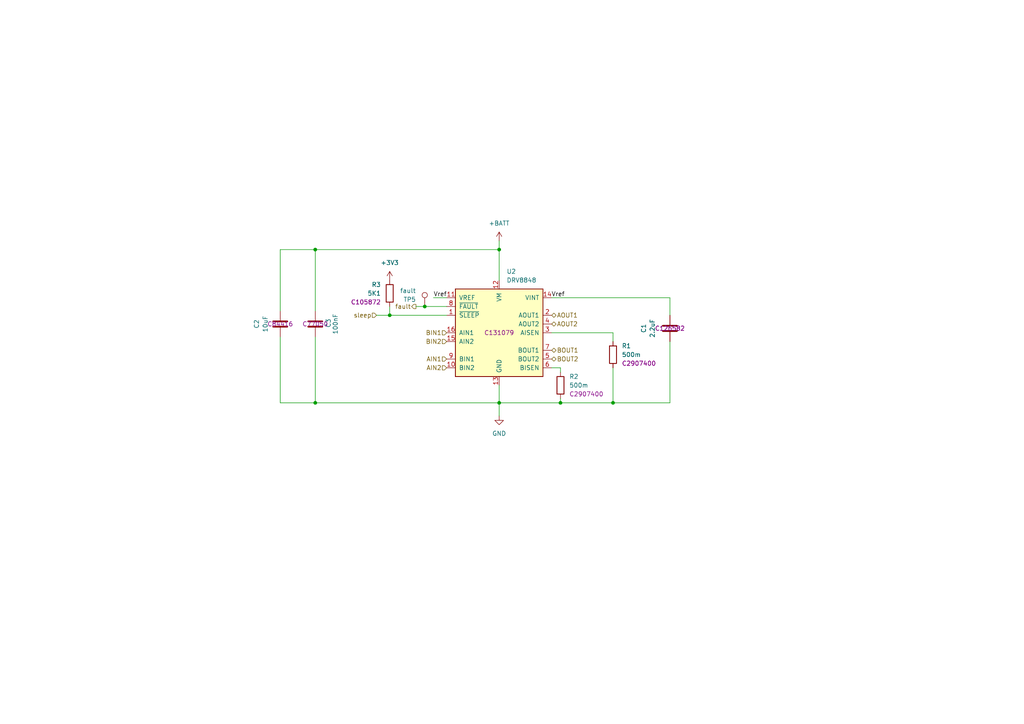
<source format=kicad_sch>
(kicad_sch (version 20250114) (generator "eeschema") (generator_version "9.0")
  (paper "A4")
  (lib_symbols
    (symbol "Connector:TestPoint" (pin_numbers (hide yes)) (pin_names (offset 0.762) (hide yes))
      (property "Reference" "TP" (at 0 6.858 0))
      (property "Value" "TestPoint" (at 0 5.08 0))
      (symbol "TestPoint_0_1"
        (circle (center 0 3.302) (radius 0.762))
      )
      (symbol "TestPoint_1_1"
        (pin passive line (at 0 0 90) (length 2.54) (name "1") (number "1"))
      )
    )
    (symbol "Device:C" (pin_numbers (hide yes)) (pin_names (offset 0.254))
      (property "Reference" "C" (at 0.635 2.54 0))
      (property "Value" "C" (at 0.635 -2.54 0))
      (symbol "C_0_1"
        (polyline (pts (xy -2.032 0.762) (xy 2.032 0.762)) (stroke (width 0.508)))
        (polyline (pts (xy -2.032 -0.762) (xy 2.032 -0.762)) (stroke (width 0.508)))
      )
      (symbol "C_1_1"
        (pin passive line (at 0 3.81 270) (length 2.794) (name "~") (number "1"))
        (pin passive line (at 0 -3.81 90) (length 2.794) (name "~") (number "2"))
      )
    )
    (symbol "Device:R" (pin_numbers (hide yes)) (pin_names (offset 0))
      (property "Reference" "R" (at 2.032 0 90))
      (property "Value" "R" (at 0 0 90))
      (symbol "R_0_1"
        (rectangle (start -1.016 -2.54) (end 1.016 2.54) (stroke (width 0.254)))
      )
      (symbol "R_1_1"
        (pin passive line (at 0 3.81 270) (length 1.27) (name "~") (number "1"))
        (pin passive line (at 0 -3.81 90) (length 1.27) (name "~") (number "2"))
      )
    )
    (symbol "Driver_Motor:DRV8848" (pin_names (offset 1.016))
      (property "Reference" "U" (at -11.43 14.224 0))
      (property "Value" "DRV8848" (at 7.366 14.224 0))
      (symbol "DRV8848_0_1"
        (rectangle (start -12.7 12.7) (end 12.7 -12.7) (stroke (width 0.254)) (fill (type background)))
      )
      (symbol "DRV8848_1_1"
        (pin input line (at -15.24 10.16 0) (length 2.54) (name "VREF") (number "11"))
        (pin open_collector line (at -15.24 7.62 0) (length 2.54) (name "~{FAULT}") (number "8"))
        (pin input line (at -15.24 5.08 0) (length 2.54) (name "~{SLEEP}") (number "1"))
        (pin input line (at -15.24 0 0) (length 2.54) (name "AIN1") (number "16"))
        (pin input line (at -15.24 -2.54 0) (length 2.54) (name "AIN2") (number "15"))
        (pin input line (at -15.24 -7.62 0) (length 2.54) (name "BIN1") (number "9"))
        (pin input line (at -15.24 -10.16 0) (length 2.54) (name "BIN2") (number "10"))
        (pin power_in line (at 0 15.24 270) (length 2.54) (name "VM") (number "12"))
        (pin power_in line (at 0 -15.24 90) (length 2.54) (name "GND") (number "13"))
        (pin passive line (at 0 -15.24 90) (length 2.54) (hide yes) (name "GND") (number "17"))
        (pin passive line (at 15.24 10.16 180) (length 2.54) (name "VINT") (number "14"))
        (pin output line (at 15.24 5.08 180) (length 2.54) (name "AOUT1") (number "2"))
        (pin output line (at 15.24 2.54 180) (length 2.54) (name "AOUT2") (number "4"))
        (pin passive line (at 15.24 0 180) (length 2.54) (name "AISEN") (number "3"))
        (pin output line (at 15.24 -5.08 180) (length 2.54) (name "BOUT1") (number "7"))
        (pin output line (at 15.24 -7.62 180) (length 2.54) (name "BOUT2") (number "5"))
        (pin passive line (at 15.24 -10.16 180) (length 2.54) (name "BISEN") (number "6"))
      )
    )
    (symbol "power:+3V3" (power) (pin_numbers (hide yes)) (pin_names (offset 0) (hide yes))
      (property "Value" "+3V3" (at 0 3.556 0))
      (symbol "+3V3_0_1"
        (polyline (pts (xy -0.762 1.27) (xy 0 2.54)))
        (polyline (pts (xy 0 2.54) (xy 0.762 1.27)))
        (polyline (pts (xy 0 0) (xy 0 2.54)))
      )
      (symbol "+3V3_1_1"
        (pin power_in line (at 0 0 90) (length 0) (name "~") (number "1"))
      )
    )
    (symbol "power:+BATT" (power) (pin_numbers (hide yes)) (pin_names (offset 0) (hide yes))
      (property "Value" "+BATT" (at 0 3.556 0))
      (symbol "+BATT_0_1"
        (polyline (pts (xy -0.762 1.27) (xy 0 2.54)))
        (polyline (pts (xy 0 2.54) (xy 0.762 1.27)))
        (polyline (pts (xy 0 0) (xy 0 2.54)))
      )
      (symbol "+BATT_1_1"
        (pin power_in line (at 0 0 90) (length 0) (name "~") (number "1"))
      )
    )
    (symbol "power:GND" (power) (pin_numbers (hide yes)) (pin_names (offset 0) (hide yes))
      (property "Value" "GND" (at 0 -3.81 0))
      (symbol "GND_0_1"
        (polyline (pts (xy 0 0) (xy 0 -1.27) (xy 1.27 -1.27) (xy 0 -2.54) (xy -1.27 -1.27) (xy 0 -1.27)))
      )
      (symbol "GND_1_1"
        (pin power_in line (at 0 0 270) (length 0) (name "~") (number "1"))
      )
    )
  )
  (junction (at 177.8 116.84))
  (junction (at 162.56 116.84))
  (junction (at 144.78 116.84))
  (junction (at 91.44 72.39))
  (junction (at 113.03 91.44))
  (junction (at 123.19 88.9))
  (junction (at 91.44 116.84))
  (junction (at 144.78 72.39))
  (wire (pts (xy 144.78 111.76) (xy 144.78 116.84)))
  (wire (pts (xy 81.28 90.17) (xy 81.28 72.39)))
  (wire (pts (xy 177.8 96.52) (xy 177.8 99.06)))
  (wire (pts (xy 91.44 116.84) (xy 144.78 116.84)))
  (wire (pts (xy 160.02 96.52) (xy 177.8 96.52)))
  (wire (pts (xy 144.78 72.39) (xy 144.78 81.28)))
  (wire (pts (xy 109.22 91.44) (xy 113.03 91.44)))
  (wire (pts (xy 91.44 72.39) (xy 91.44 90.17)))
  (wire (pts (xy 81.28 97.79) (xy 81.28 116.84)))
  (wire (pts (xy 177.8 106.68) (xy 177.8 116.84)))
  (wire (pts (xy 162.56 106.68) (xy 160.02 106.68)))
  (wire (pts (xy 160.02 86.36) (xy 194.31 86.36)))
  (wire (pts (xy 113.03 88.9) (xy 113.03 91.44)))
  (wire (pts (xy 194.31 99.06) (xy 194.31 116.84)))
  (wire (pts (xy 162.56 116.84) (xy 162.56 115.57)))
  (wire (pts (xy 125.73 86.36) (xy 129.54 86.36)))
  (wire (pts (xy 144.78 116.84) (xy 144.78 120.65)))
  (wire (pts (xy 113.03 91.44) (xy 129.54 91.44)))
  (wire (pts (xy 144.78 69.85) (xy 144.78 72.39)))
  (wire (pts (xy 81.28 116.84) (xy 91.44 116.84)))
  (wire (pts (xy 91.44 116.84) (xy 91.44 97.79)))
  (wire (pts (xy 81.28 72.39) (xy 91.44 72.39)))
  (wire (pts (xy 162.56 107.95) (xy 162.56 106.68)))
  (wire (pts (xy 91.44 72.39) (xy 144.78 72.39)))
  (wire (pts (xy 120.65 88.9) (xy 123.19 88.9)))
  (wire (pts (xy 162.56 116.84) (xy 177.8 116.84)))
  (wire (pts (xy 123.19 88.9) (xy 129.54 88.9)))
  (wire (pts (xy 144.78 116.84) (xy 162.56 116.84)))
  (wire (pts (xy 194.31 86.36) (xy 194.31 91.44)))
  (wire (pts (xy 177.8 116.84) (xy 194.31 116.84)))
  (label "Vref" (at 125.73 86.36 0))
  (label "Vref" (at 163.83 86.36 180))
  (hierarchical_label "AOUT1" (shape bidirectional) (at 160.02 91.44 0))
  (hierarchical_label "AOUT2" (shape bidirectional) (at 160.02 93.98 0))
  (hierarchical_label "BIN1" (shape input) (at 129.54 96.52 180))
  (hierarchical_label "BIN2" (shape input) (at 129.54 99.06 180))
  (hierarchical_label "BOUT2" (shape bidirectional) (at 160.02 104.14 0))
  (hierarchical_label "AIN2" (shape input) (at 129.54 106.68 180))
  (hierarchical_label "AIN1" (shape input) (at 129.54 104.14 180))
  (hierarchical_label "fault" (shape output) (at 120.65 88.9 180))
  (hierarchical_label "sleep" (shape input) (at 109.22 91.44 180))
  (hierarchical_label "BOUT1" (shape bidirectional) (at 160.02 101.6 0))
  (symbol (lib_id "Driver_Motor:DRV8848") (at 144.78 96.52 0) (unit 1)
    (property "Reference" "U2" (at 146.9233 78.74 0) (effects (justify left)))
    (property "Value" "DRV8848" (at 146.9233 81.28 0) (effects (justify left)))
    (property "Footprint" "Package_SO:TSSOP-16-1EP_4.4x5mm_P0.65mm" (effects (hide yes)))
    (property "Datasheet" "http://www.ti.com/lit/ds/symlink/drv8848.pdf" (effects (hide yes)))
    (property "Description" "Dual H-Bridge motor driver, PWM controlled, single/dual brushed DC stepper, +2 to +18 VDD, TSSOP-16" (effects (hide yes)))
    (property "LCSC Part #" "C131079" (at 144.78 96.52 0))
  )
  (symbol (lib_id "power:+3V3") (at 113.03 81.28 0) (unit 1)
    (property "Reference" "#PWR023" (effects (hide yes)))
    (property "Value" "+3V3" (at 113.03 76.2 0))
    (property "Description" "Power symbol creates a global label with name \"+3V3\"" (effects (hide yes)))
  )
  (symbol (lib_id "Device:C") (at 91.44 93.98 180) (unit 1)
    (property "Reference" "C3" (at 95.25 93.726 90))
    (property "Value" "100nF" (at 97.282 93.98 90))
    (property "Footprint" "Capacitor_SMD:C_0603_1608Metric" (effects (hide yes)))
    (property "Description" "Unpolarized capacitor" (effects (hide yes)))
    (property "LCSC Part #" "C77050" (at 91.44 93.98 0))
  )
  (symbol (lib_id "Device:C") (at 81.28 93.98 180) (unit 1)
    (property "Reference" "C2" (at 74.422 93.98 90))
    (property "Value" "10uF" (at 76.962 93.98 90))
    (property "Footprint" "Capacitor_SMD:C_0805_2012Metric" (effects (hide yes)))
    (property "Description" "Unpolarized capacitor" (effects (hide yes)))
    (property "LCSC Part #" "C84416" (at 81.28 93.98 0))
  )
  (symbol (lib_id "Connector:TestPoint") (at 123.19 88.9 0) (unit 1) (in_bom no)
    (property "Reference" "TP5" (at 120.65 86.8681 0) (effects (justify right)))
    (property "Value" "fault" (at 120.65 84.3281 0) (effects (justify right)))
    (property "Footprint" "TestPoint:TestPoint_Pad_D2.0mm" (effects (hide yes)))
    (property "Description" "test point" (effects (hide yes)))
  )
  (symbol (lib_id "power:+BATT") (at 144.78 69.85 0) (unit 1)
    (property "Reference" "#PWR016" (effects (hide yes)))
    (property "Value" "+BATT" (at 144.78 64.77 0))
    (property "Description" "Power symbol creates a global label with name \"+BATT\"" (effects (hide yes)))
  )
  (symbol (lib_id "Device:R") (at 113.03 85.09 0) (mirror y) (unit 1)
    (property "Reference" "R3" (at 110.49 82.5499 0) (effects (justify left)))
    (property "Value" "5K1" (at 110.49 85.0899 0) (effects (justify left)))
    (property "Footprint" "Resistor_SMD:R_0402_1005Metric" (effects (hide yes)))
    (property "Description" "Resistor" (effects (hide yes)))
    (property "LCSC Part #" "C105872" (at 110.49 87.6299 0) (effects (justify left)))
  )
  (symbol (lib_id "Device:R") (at 177.8 102.87 180) (unit 1)
    (property "Reference" "R1" (at 180.34 100.3299 0) (effects (justify right)))
    (property "Value" "500m" (at 180.34 102.8699 0) (effects (justify right)))
    (property "Footprint" "Resistor_SMD:R_1206_3216Metric" (effects (hide yes)))
    (property "Description" "Resistor" (effects (hide yes)))
    (property "LCSC Part #" "C2907400" (at 180.34 105.4099 0) (effects (justify right)))
  )
  (symbol (lib_id "Device:C") (at 194.31 95.25 180) (unit 1)
    (property "Reference" "C1" (at 186.69 95.25 90))
    (property "Value" "2.2uF" (at 189.23 95.25 90))
    (property "Footprint" "Capacitor_SMD:C_0603_1608Metric" (effects (hide yes)))
    (property "Description" "Unpolarized capacitor" (effects (hide yes)))
    (property "LCSC Part #" "C126582" (at 194.31 95.25 0))
  )
  (symbol (lib_id "Device:R") (at 162.56 111.76 180) (unit 1)
    (property "Reference" "R2" (at 165.1 109.2199 0) (effects (justify right)))
    (property "Value" "500m" (at 165.1 111.7599 0) (effects (justify right)))
    (property "Footprint" "Resistor_SMD:R_1206_3216Metric" (effects (hide yes)))
    (property "Description" "Resistor" (effects (hide yes)))
    (property "LCSC Part #" "C2907400" (at 165.1 114.2999 0) (effects (justify right)))
  )
  (symbol (lib_id "power:GND") (at 144.78 120.65 0) (unit 1)
    (property "Reference" "#PWR022" (effects (hide yes)))
    (property "Value" "GND" (at 144.78 125.73 0))
    (property "Description" "Power symbol creates a global label with name \"GND\" , ground" (effects (hide yes)))
  )
)
</source>
